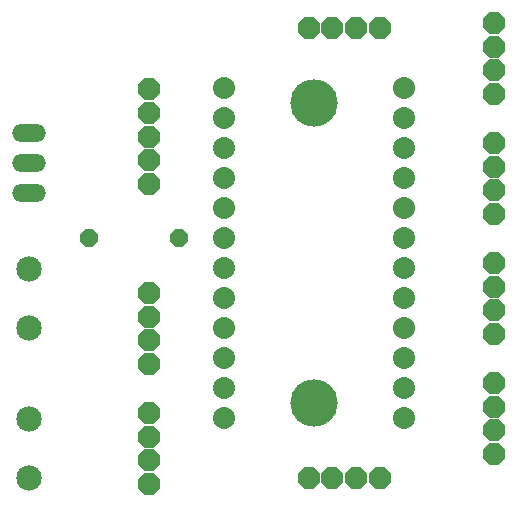
<source format=gbr>
%TF.GenerationSoftware,KiCad,Pcbnew,8.0.7*%
%TF.CreationDate,2025-04-10T14:03:16-05:00*%
%TF.ProjectId,AgBot_V2,4167426f-745f-4563-922e-6b696361645f,rev?*%
%TF.SameCoordinates,Original*%
%TF.FileFunction,Soldermask,Top*%
%TF.FilePolarity,Negative*%
%FSLAX46Y46*%
G04 Gerber Fmt 4.6, Leading zero omitted, Abs format (unit mm)*
G04 Created by KiCad (PCBNEW 8.0.7) date 2025-04-10 14:03:16*
%MOMM*%
%LPD*%
G01*
G04 APERTURE LIST*
G04 Aperture macros list*
%AMFreePoly0*
4,1,25,0.333266,0.742596,0.345389,0.732242,0.732242,0.345389,0.760749,0.289441,0.762000,0.273547,0.762000,-0.273547,0.742596,-0.333266,0.732242,-0.345389,0.345389,-0.732242,0.289441,-0.760749,0.273547,-0.762000,-0.273547,-0.762000,-0.333266,-0.742596,-0.345389,-0.732242,-0.732242,-0.345389,-0.760749,-0.289441,-0.762000,-0.273547,-0.762000,0.273547,-0.742596,0.333266,-0.732242,0.345389,
-0.345389,0.732242,-0.289441,0.760749,-0.273547,0.762000,0.273547,0.762000,0.333266,0.742596,0.333266,0.742596,$1*%
%AMFreePoly1*
4,1,25,0.406913,0.920396,0.419036,0.910042,0.910042,0.419036,0.938549,0.363088,0.939800,0.347194,0.939800,-0.347194,0.920396,-0.406913,0.910042,-0.419036,0.419036,-0.910042,0.363088,-0.938549,0.347194,-0.939800,-0.347194,-0.939800,-0.406913,-0.920396,-0.419036,-0.910042,-0.910042,-0.419036,-0.938549,-0.363088,-0.939800,-0.347194,-0.939800,0.347194,-0.920396,0.406913,-0.910042,0.419036,
-0.419036,0.910042,-0.363088,0.938549,-0.347194,0.939800,0.347194,0.939800,0.406913,0.920396,0.406913,0.920396,$1*%
G04 Aperture macros list end*
%ADD10C,4.013200*%
%ADD11C,1.868200*%
%ADD12FreePoly0,180.000000*%
%ADD13FreePoly1,90.000000*%
%ADD14FreePoly1,180.000000*%
%ADD15FreePoly1,270.000000*%
%ADD16FreePoly1,0.000000*%
%ADD17O,2.844800X1.524000*%
%ADD18C,2.153200*%
G04 APERTURE END LIST*
D10*
%TO.C,TCA9548A_MUX0*%
X153581100Y-117068600D03*
X153581100Y-91668600D03*
D11*
X161201100Y-90398600D03*
X161201100Y-92938600D03*
X161201100Y-95478600D03*
X161201100Y-98018600D03*
X161201100Y-100558600D03*
X161201100Y-103098600D03*
X161201100Y-105638600D03*
X161201100Y-108178600D03*
X161201100Y-110718600D03*
X161201100Y-113258600D03*
X161201100Y-115798600D03*
X161201100Y-118338600D03*
X145961100Y-118338600D03*
X145961100Y-115798600D03*
X145961100Y-113258600D03*
X145961100Y-110718600D03*
X145961100Y-108178600D03*
X145961100Y-105638600D03*
X145961100Y-103098600D03*
X145961100Y-100558600D03*
X145961100Y-98018600D03*
X145961100Y-95478600D03*
X145961100Y-92938600D03*
X145961100Y-90398600D03*
%TD*%
D12*
%TO.C,R1*%
X134531100Y-103098600D03*
X142151100Y-103098600D03*
%TD*%
D13*
%TO.C,BNO_1*%
X139611100Y-107718600D03*
X139611100Y-109718600D03*
X139611100Y-111718600D03*
X139611100Y-113718600D03*
%TD*%
%TO.C,BNO_2*%
X139611100Y-117878600D03*
X139611100Y-119878600D03*
X139611100Y-121878600D03*
X139611100Y-123878600D03*
%TD*%
D14*
%TO.C,BNO_3*%
X153121100Y-123418600D03*
X155121100Y-123418600D03*
X157121100Y-123418600D03*
X159121100Y-123418600D03*
%TD*%
D15*
%TO.C,BNO_4*%
X168821100Y-121338600D03*
X168821100Y-119338600D03*
X168821100Y-117338600D03*
X168821100Y-115338600D03*
%TD*%
%TO.C,BNO_5*%
X168821100Y-111178600D03*
X168821100Y-109178600D03*
X168821100Y-107178600D03*
X168821100Y-105178600D03*
%TD*%
%TO.C,BNO_6*%
X168821100Y-101018600D03*
X168821100Y-99018600D03*
X168821100Y-97018600D03*
X168821100Y-95018600D03*
%TD*%
%TO.C,BNO_7*%
X168821100Y-90858600D03*
X168821100Y-88858600D03*
X168821100Y-86858600D03*
X168821100Y-84858600D03*
%TD*%
D16*
%TO.C,BNO_8*%
X159121100Y-85318600D03*
X157121100Y-85318600D03*
X155121100Y-85318600D03*
X153121100Y-85318600D03*
%TD*%
D17*
%TO.C,T1*%
X129451100Y-96748600D03*
X129451100Y-99288600D03*
X129451100Y-94208600D03*
%TD*%
D13*
%TO.C,JETSON*%
X139611100Y-90478600D03*
X139611100Y-92478600D03*
X139611100Y-94478600D03*
X139611100Y-96478600D03*
X139611100Y-98478600D03*
%TD*%
D18*
%TO.C,POWER_IN*%
X129451100Y-118378600D03*
X129451100Y-123378600D03*
%TD*%
%TO.C,VICON*%
X129451100Y-110678600D03*
X129451100Y-105678600D03*
%TD*%
M02*

</source>
